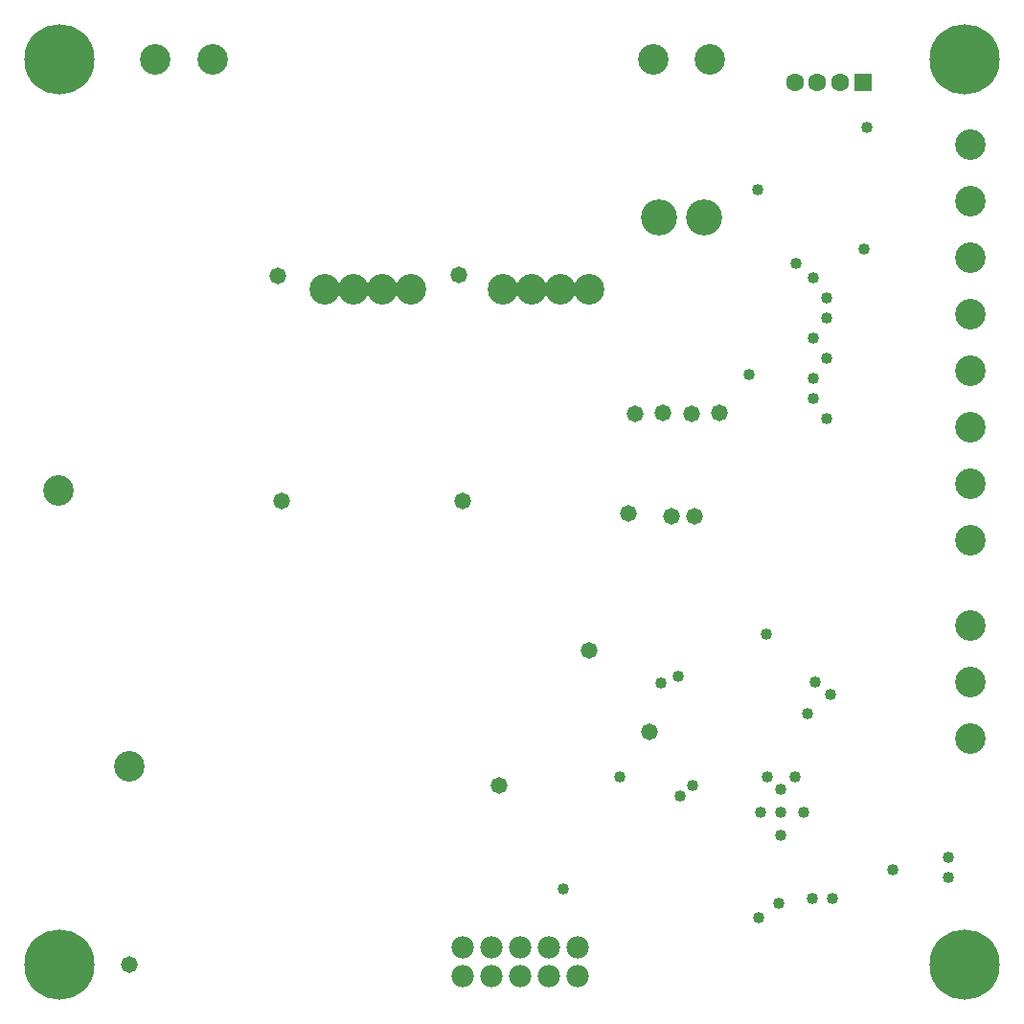
<source format=gbs>
%FSTAX24Y24*%
%MOIN*%
G70*
G01*
G75*
G04 Layer_Color=8388736*
%ADD10R,0.2200X0.0900*%
%ADD11R,0.0315X0.0374*%
%ADD12R,0.0551X0.1181*%
%ADD13R,0.3937X0.3937*%
%ADD14R,0.1575X0.2165*%
%ADD15R,0.0374X0.1004*%
%ADD16R,0.1299X0.1004*%
%ADD17R,0.0374X0.0315*%
%ADD18R,0.0630X0.0630*%
%ADD19R,0.0630X0.0630*%
%ADD20R,0.1575X0.0591*%
%ADD21R,0.1500X0.1100*%
%ADD22R,0.0394X0.1300*%
%ADD23R,0.4300X0.4500*%
%ADD24O,0.0236X0.0945*%
%ADD25R,0.0236X0.0945*%
%ADD26O,0.0709X0.0118*%
%ADD27O,0.0118X0.0709*%
G04:AMPARAMS|DCode=28|XSize=59.1mil|YSize=39.4mil|CornerRadius=0mil|HoleSize=0mil|Usage=FLASHONLY|Rotation=90.000|XOffset=0mil|YOffset=0mil|HoleType=Round|Shape=Octagon|*
%AMOCTAGOND28*
4,1,8,0.0098,0.0295,-0.0098,0.0295,-0.0197,0.0197,-0.0197,-0.0197,-0.0098,-0.0295,0.0098,-0.0295,0.0197,-0.0197,0.0197,0.0197,0.0098,0.0295,0.0*
%
%ADD28OCTAGOND28*%

%ADD29R,0.0394X0.0591*%
%ADD30R,0.0472X0.0256*%
G04:AMPARAMS|DCode=31|XSize=21.7mil|YSize=47.2mil|CornerRadius=0mil|HoleSize=0mil|Usage=FLASHONLY|Rotation=0.000|XOffset=0mil|YOffset=0mil|HoleType=Round|Shape=Octagon|*
%AMOCTAGOND31*
4,1,8,-0.0054,0.0236,0.0054,0.0236,0.0108,0.0182,0.0108,-0.0182,0.0054,-0.0236,-0.0054,-0.0236,-0.0108,-0.0182,-0.0108,0.0182,-0.0054,0.0236,0.0*
%
%ADD31OCTAGOND31*%

%ADD32R,0.0217X0.0472*%
%ADD33R,0.0866X0.0236*%
%ADD34O,0.0866X0.0236*%
%ADD35C,0.0100*%
%ADD36C,0.0200*%
%ADD37C,0.0550*%
%ADD38C,0.0600*%
%ADD39C,0.0250*%
%ADD40C,0.0300*%
%ADD41C,0.0400*%
%ADD42C,0.2362*%
%ADD43C,0.0984*%
%ADD44R,0.0551X0.0551*%
%ADD45C,0.0551*%
%ADD46C,0.1181*%
%ADD47C,0.0700*%
%ADD48C,0.0320*%
%ADD49C,0.0500*%
%ADD50C,0.0098*%
%ADD51C,0.0079*%
%ADD52C,0.0236*%
%ADD53C,0.0050*%
%ADD54C,0.0040*%
%ADD55C,0.0157*%
%ADD56R,0.2280X0.0980*%
%ADD57R,0.0395X0.0454*%
%ADD58R,0.0631X0.1261*%
%ADD59R,0.4017X0.4017*%
%ADD60R,0.1655X0.2245*%
%ADD61R,0.0454X0.1084*%
%ADD62R,0.1379X0.1084*%
%ADD63R,0.0454X0.0395*%
%ADD64R,0.0710X0.0710*%
%ADD65R,0.0710X0.0710*%
%ADD66R,0.1655X0.0671*%
%ADD67R,0.1580X0.1180*%
%ADD68R,0.0474X0.1380*%
%ADD69R,0.4380X0.4580*%
%ADD70O,0.0316X0.1025*%
%ADD71R,0.0316X0.1025*%
%ADD72O,0.0789X0.0198*%
%ADD73O,0.0198X0.0789*%
G04:AMPARAMS|DCode=74|XSize=67.1mil|YSize=47.4mil|CornerRadius=0mil|HoleSize=0mil|Usage=FLASHONLY|Rotation=90.000|XOffset=0mil|YOffset=0mil|HoleType=Round|Shape=Octagon|*
%AMOCTAGOND74*
4,1,8,0.0118,0.0335,-0.0118,0.0335,-0.0237,0.0217,-0.0237,-0.0217,-0.0118,-0.0335,0.0118,-0.0335,0.0237,-0.0217,0.0237,0.0217,0.0118,0.0335,0.0*
%
%ADD74OCTAGOND74*%

%ADD75R,0.0474X0.0671*%
%ADD76R,0.0552X0.0336*%
G04:AMPARAMS|DCode=77|XSize=25.6mil|YSize=51.2mil|CornerRadius=0mil|HoleSize=0mil|Usage=FLASHONLY|Rotation=0.000|XOffset=0mil|YOffset=0mil|HoleType=Round|Shape=Octagon|*
%AMOCTAGOND77*
4,1,8,-0.0064,0.0256,0.0064,0.0256,0.0128,0.0192,0.0128,-0.0192,0.0064,-0.0256,-0.0064,-0.0256,-0.0128,-0.0192,-0.0128,0.0192,-0.0064,0.0256,0.0*
%
%ADD77OCTAGOND77*%

%ADD78R,0.0256X0.0512*%
%ADD79R,0.0946X0.0316*%
%ADD80O,0.0946X0.0316*%
%ADD81C,0.2442*%
%ADD82C,0.1064*%
%ADD83R,0.0631X0.0631*%
%ADD84C,0.0631*%
%ADD85C,0.1261*%
%ADD86C,0.0780*%
%ADD87C,0.0400*%
%ADD88C,0.0580*%
D81*
X014961Y049606D02*
D03*
X046457D02*
D03*
X046457Y01811D02*
D03*
X014961D02*
D03*
D82*
X018307Y049606D02*
D03*
X020276D02*
D03*
X03563D02*
D03*
X037598D02*
D03*
X046654Y034843D02*
D03*
Y036811D02*
D03*
Y03878D02*
D03*
Y040748D02*
D03*
Y042717D02*
D03*
Y044685D02*
D03*
Y046654D02*
D03*
Y032874D02*
D03*
Y029921D02*
D03*
Y027953D02*
D03*
Y025984D02*
D03*
X0174Y025D02*
D03*
X01494Y03462D02*
D03*
X033392Y041605D02*
D03*
X032392D02*
D03*
X031392D02*
D03*
X030392D02*
D03*
X027192D02*
D03*
X026192D02*
D03*
X025192D02*
D03*
X024192D02*
D03*
D83*
X042913Y048819D02*
D03*
D84*
X042126D02*
D03*
X041339D02*
D03*
X040551D02*
D03*
D85*
X035835Y044094D02*
D03*
X037394D02*
D03*
D86*
X030995Y018717D02*
D03*
Y017717D02*
D03*
X029995Y018717D02*
D03*
Y017717D02*
D03*
X028995Y018717D02*
D03*
Y017717D02*
D03*
X031995D02*
D03*
Y018717D02*
D03*
X032995Y017717D02*
D03*
Y018717D02*
D03*
D87*
X0325Y02075D02*
D03*
X03955Y0296D02*
D03*
X041Y02685D02*
D03*
X03925Y04509D02*
D03*
X04165Y0413D02*
D03*
Y0406D02*
D03*
Y0392D02*
D03*
Y0371D02*
D03*
X0412Y0378D02*
D03*
Y0385D02*
D03*
Y0399D02*
D03*
Y042D02*
D03*
X04295Y043D02*
D03*
X0406Y0425D02*
D03*
X0459Y02115D02*
D03*
X04305Y04725D02*
D03*
X04185Y0204D02*
D03*
X04115D02*
D03*
X037Y02435D02*
D03*
X03656Y02399D02*
D03*
X04085Y0234D02*
D03*
X04005Y0226D02*
D03*
Y0242D02*
D03*
Y0234D02*
D03*
X03935D02*
D03*
X03895Y03865D02*
D03*
X0418Y0275D02*
D03*
X04125Y02795D02*
D03*
X036496Y02815D02*
D03*
X0393Y01975D02*
D03*
X04Y02025D02*
D03*
X0459Y02185D02*
D03*
X04055Y02465D02*
D03*
X0396D02*
D03*
X03445D02*
D03*
X04395Y0214D02*
D03*
X0359Y0279D02*
D03*
D88*
X03625Y0337D02*
D03*
X03705D02*
D03*
X03475Y0338D02*
D03*
X022703Y034252D02*
D03*
X02899Y03424D02*
D03*
X022571Y042063D02*
D03*
X02887Y04212D02*
D03*
X036958Y03729D02*
D03*
X037938Y03731D02*
D03*
X03597Y03731D02*
D03*
X03499Y03729D02*
D03*
X017381Y01811D02*
D03*
X0334Y02905D02*
D03*
X0355Y0262D02*
D03*
X03025Y02435D02*
D03*
M02*

</source>
